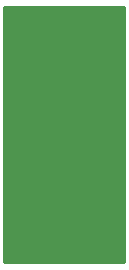
<source format=gbr>
%TF.GenerationSoftware,KiCad,Pcbnew,(6.0.7)*%
%TF.CreationDate,2022-10-02T22:03:49-05:00*%
%TF.ProjectId,OTG_PCB,4f54475f-5043-4422-9e6b-696361645f70,rev?*%
%TF.SameCoordinates,Original*%
%TF.FileFunction,Legend,Bot*%
%TF.FilePolarity,Positive*%
%FSLAX46Y46*%
G04 Gerber Fmt 4.6, Leading zero omitted, Abs format (unit mm)*
G04 Created by KiCad (PCBNEW (6.0.7)) date 2022-10-02 22:03:49*
%MOMM*%
%LPD*%
G01*
G04 APERTURE LIST*
G04 APERTURE END LIST*
G36*
X116184885Y-68613553D02*
G01*
X116231378Y-68667209D01*
X116242764Y-68719551D01*
X116242764Y-90267551D01*
X116222762Y-90335672D01*
X116169106Y-90382165D01*
X116116764Y-90393551D01*
X105968764Y-90393551D01*
X105900643Y-90373549D01*
X105854150Y-90319893D01*
X105842764Y-90267551D01*
X105842764Y-68719551D01*
X105862766Y-68651430D01*
X105916422Y-68604937D01*
X105968764Y-68593551D01*
X116116764Y-68593551D01*
X116184885Y-68613553D01*
G37*
M02*

</source>
